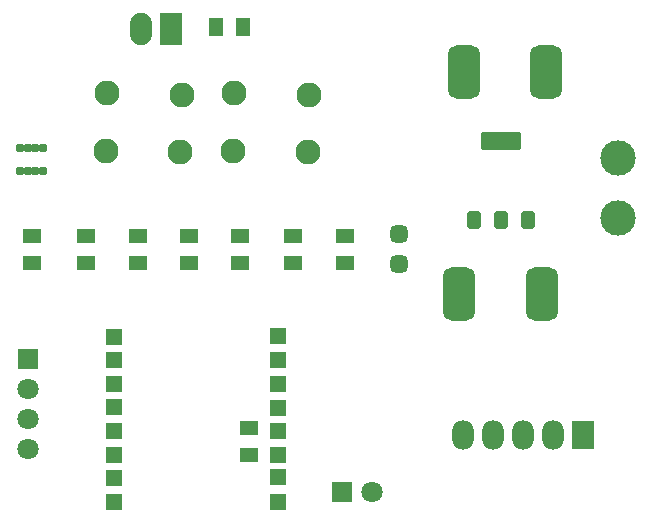
<source format=gts>
G04*
G04 #@! TF.GenerationSoftware,Altium Limited,Altium Designer,19.0.15 (446)*
G04*
G04 Layer_Color=8388736*
%FSTAX24Y24*%
%MOIN*%
G70*
G01*
G75*
G04:AMPARAMS|DCode=26|XSize=106.4mil|YSize=177.3mil|CornerRadius=28.6mil|HoleSize=0mil|Usage=FLASHONLY|Rotation=180.000|XOffset=0mil|YOffset=0mil|HoleType=Round|Shape=RoundedRectangle|*
%AMROUNDEDRECTD26*
21,1,0.1064,0.1201,0,0,180.0*
21,1,0.0492,0.1773,0,0,180.0*
1,1,0.0572,-0.0246,0.0600*
1,1,0.0572,0.0246,0.0600*
1,1,0.0572,0.0246,-0.0600*
1,1,0.0572,-0.0246,-0.0600*
%
%ADD26ROUNDEDRECTD26*%
G04:AMPARAMS|DCode=27|XSize=44.6mil|YSize=59.6mil|CornerRadius=6.7mil|HoleSize=0mil|Usage=FLASHONLY|Rotation=0.000|XOffset=0mil|YOffset=0mil|HoleType=Round|Shape=RoundedRectangle|*
%AMROUNDEDRECTD27*
21,1,0.0446,0.0461,0,0,0.0*
21,1,0.0311,0.0596,0,0,0.0*
1,1,0.0135,0.0156,-0.0230*
1,1,0.0135,-0.0156,-0.0230*
1,1,0.0135,-0.0156,0.0230*
1,1,0.0135,0.0156,0.0230*
%
%ADD27ROUNDEDRECTD27*%
G04:AMPARAMS|DCode=28|XSize=135.6mil|YSize=59.6mil|CornerRadius=7.9mil|HoleSize=0mil|Usage=FLASHONLY|Rotation=0.000|XOffset=0mil|YOffset=0mil|HoleType=Round|Shape=RoundedRectangle|*
%AMROUNDEDRECTD28*
21,1,0.1356,0.0438,0,0,0.0*
21,1,0.1198,0.0596,0,0,0.0*
1,1,0.0157,0.0599,-0.0219*
1,1,0.0157,-0.0599,-0.0219*
1,1,0.0157,-0.0599,0.0219*
1,1,0.0157,0.0599,0.0219*
%
%ADD28ROUNDEDRECTD28*%
%ADD29R,0.0630X0.0474*%
G04:AMPARAMS|DCode=30|XSize=58mil|YSize=58mil|CornerRadius=16.5mil|HoleSize=0mil|Usage=FLASHONLY|Rotation=270.000|XOffset=0mil|YOffset=0mil|HoleType=Round|Shape=RoundedRectangle|*
%AMROUNDEDRECTD30*
21,1,0.0580,0.0250,0,0,270.0*
21,1,0.0250,0.0580,0,0,270.0*
1,1,0.0330,-0.0125,-0.0125*
1,1,0.0330,-0.0125,0.0125*
1,1,0.0330,0.0125,0.0125*
1,1,0.0330,0.0125,-0.0125*
%
%ADD30ROUNDEDRECTD30*%
%ADD31R,0.0474X0.0630*%
G04:AMPARAMS|DCode=32|XSize=27.3mil|YSize=25.7mil|CornerRadius=6.2mil|HoleSize=0mil|Usage=FLASHONLY|Rotation=270.000|XOffset=0mil|YOffset=0mil|HoleType=Round|Shape=RoundedRectangle|*
%AMROUNDEDRECTD32*
21,1,0.0273,0.0133,0,0,270.0*
21,1,0.0149,0.0257,0,0,270.0*
1,1,0.0124,-0.0066,-0.0074*
1,1,0.0124,-0.0066,0.0074*
1,1,0.0124,0.0066,0.0074*
1,1,0.0124,0.0066,-0.0074*
%
%ADD32ROUNDEDRECTD32*%
%ADD33O,0.0730X0.0980*%
%ADD34R,0.0730X0.0980*%
%ADD35C,0.1180*%
%ADD36R,0.0730X0.1080*%
%ADD37O,0.0730X0.1080*%
%ADD38C,0.0830*%
%ADD39R,0.0580X0.0580*%
%ADD40R,0.0710X0.0710*%
%ADD41C,0.0710*%
%ADD42R,0.0710X0.0710*%
D26*
X02805Y0337D02*
D03*
X0308Y0337D02*
D03*
X0279Y0263D02*
D03*
X03065Y0263D02*
D03*
D27*
X028398Y028783D02*
D03*
X0293D02*
D03*
X030202D02*
D03*
D28*
X0293Y031417D02*
D03*
D29*
X0209Y02095D02*
D03*
Y02185D02*
D03*
X0241Y02735D02*
D03*
Y02825D02*
D03*
X02235Y02735D02*
D03*
Y02825D02*
D03*
X0172Y02735D02*
D03*
Y02825D02*
D03*
X0206Y02735D02*
D03*
Y02825D02*
D03*
X01365Y02825D02*
D03*
Y02735D02*
D03*
X01545Y02825D02*
D03*
Y02735D02*
D03*
X0189Y02735D02*
D03*
Y02825D02*
D03*
D30*
X0259Y0283D02*
D03*
Y0273D02*
D03*
D31*
X0198Y0352D02*
D03*
X0207D02*
D03*
D32*
X013266Y031182D02*
D03*
X014034D02*
D03*
X013778D02*
D03*
X013522D02*
D03*
X013266Y030418D02*
D03*
X014034D02*
D03*
X013778D02*
D03*
X013522D02*
D03*
D33*
X029046Y021606D02*
D03*
X030046D02*
D03*
X031046D02*
D03*
X028046D02*
D03*
D34*
X032046D02*
D03*
D35*
X0332Y02885D02*
D03*
Y03085D02*
D03*
D36*
X0183Y03515D02*
D03*
D37*
X0173D02*
D03*
D38*
X02291Y03296D02*
D03*
X02037Y03108D02*
D03*
X0204Y033D02*
D03*
X02285Y03105D02*
D03*
X01866Y03296D02*
D03*
X01612Y03108D02*
D03*
X01615Y033D02*
D03*
X0186Y03105D02*
D03*
D39*
X021871Y020205D02*
D03*
Y020955D02*
D03*
Y021755D02*
D03*
Y022525D02*
D03*
Y023325D02*
D03*
Y024105D02*
D03*
Y024905D02*
D03*
Y019385D02*
D03*
X016409D02*
D03*
Y020175D02*
D03*
Y020955D02*
D03*
Y021745D02*
D03*
Y023325D02*
D03*
Y024105D02*
D03*
Y024895D02*
D03*
Y022535D02*
D03*
D40*
X013522Y02415D02*
D03*
D41*
Y02315D02*
D03*
Y02215D02*
D03*
Y02115D02*
D03*
X025Y0197D02*
D03*
D42*
X024D02*
D03*
M02*

</source>
